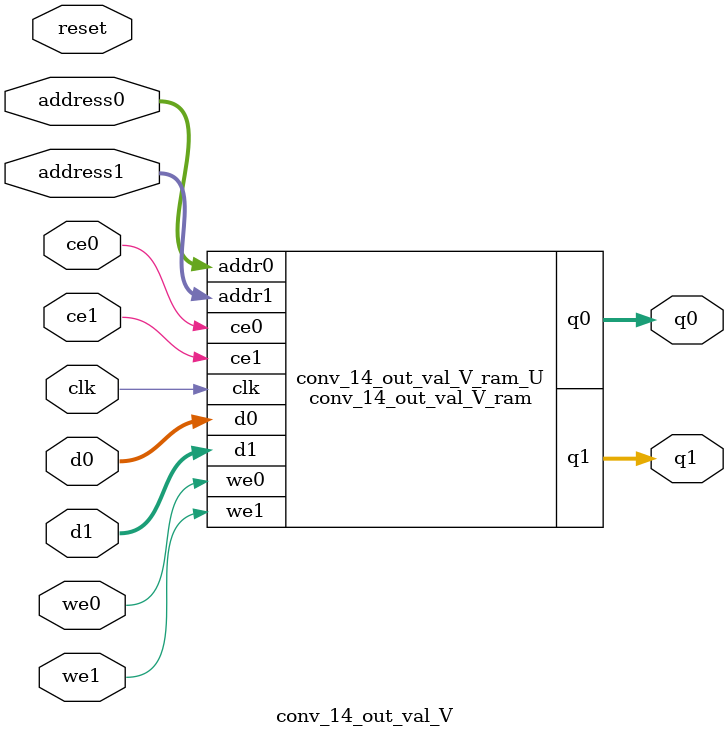
<source format=v>

`timescale 1 ns / 1 ps
module conv_14_out_val_V_ram (addr0, ce0, d0, we0, q0, addr1, ce1, d1, we1, q1,  clk);

parameter DWIDTH = 16;
parameter AWIDTH = 6;
parameter MEM_SIZE = 64;

input[AWIDTH-1:0] addr0;
input ce0;
input[DWIDTH-1:0] d0;
input we0;
output reg[DWIDTH-1:0] q0;
input[AWIDTH-1:0] addr1;
input ce1;
input[DWIDTH-1:0] d1;
input we1;
output reg[DWIDTH-1:0] q1;
input clk;

(* ram_style = "block" *)reg [DWIDTH-1:0] ram[0:MEM_SIZE-1];




always @(posedge clk)  
begin 
    if (ce0) 
    begin
        if (we0) 
        begin 
            ram[addr0] <= d0; 
            q0 <= d0;
        end 
        else 
            q0 <= ram[addr0];
    end
end


always @(posedge clk)  
begin 
    if (ce1) 
    begin
        if (we1) 
        begin 
            ram[addr1] <= d1; 
            q1 <= d1;
        end 
        else 
            q1 <= ram[addr1];
    end
end


endmodule


`timescale 1 ns / 1 ps
module conv_14_out_val_V(
    reset,
    clk,
    address0,
    ce0,
    we0,
    d0,
    q0,
    address1,
    ce1,
    we1,
    d1,
    q1);

parameter DataWidth = 32'd16;
parameter AddressRange = 32'd64;
parameter AddressWidth = 32'd6;
input reset;
input clk;
input[AddressWidth - 1:0] address0;
input ce0;
input we0;
input[DataWidth - 1:0] d0;
output[DataWidth - 1:0] q0;
input[AddressWidth - 1:0] address1;
input ce1;
input we1;
input[DataWidth - 1:0] d1;
output[DataWidth - 1:0] q1;



conv_14_out_val_V_ram conv_14_out_val_V_ram_U(
    .clk( clk ),
    .addr0( address0 ),
    .ce0( ce0 ),
    .d0( d0 ),
    .we0( we0 ),
    .q0( q0 ),
    .addr1( address1 ),
    .ce1( ce1 ),
    .d1( d1 ),
    .we1( we1 ),
    .q1( q1 ));

endmodule


</source>
